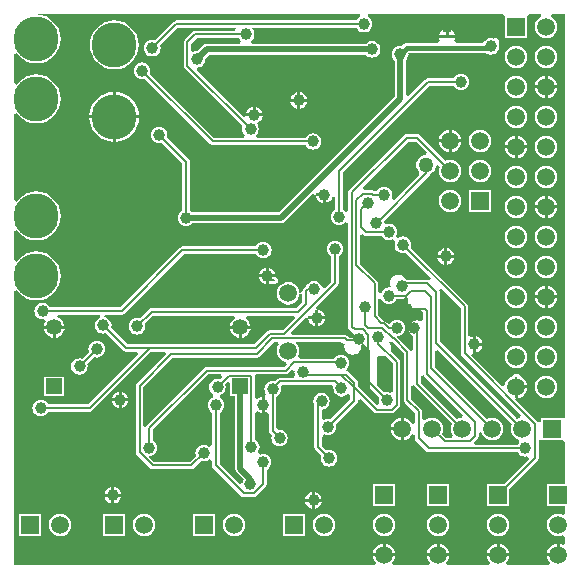
<source format=gbl>
%FSTAX23Y23*%
%MOIN*%
%SFA1B1*%

%IPPOS*%
%ADD22C,0.007870*%
%ADD24C,0.015750*%
%ADD25C,0.019690*%
%ADD28C,0.012600*%
%ADD33C,0.053150*%
%ADD34R,0.053150X0.053150*%
%ADD35R,0.059060X0.059060*%
%ADD36C,0.059060*%
%ADD37R,0.059060X0.059060*%
%ADD38C,0.150000*%
%ADD39C,0.059060*%
%ADD40C,0.039370*%
%ADD41C,0.050000*%
%LNpaw7-1*%
%LPD*%
G36*
X03231Y04166D02*
D01*
X03235Y04163*
X03235*
X0324Y04162*
X03291*
X03295Y04157*
X03301Y04152*
X03307Y0415*
X03315Y04149*
X03322Y0415*
X03328Y04152*
X0333Y04153*
X03337Y04147*
X03335Y04141*
X03334Y04134*
X03335Y04126*
X03337Y0412*
X03342Y04114*
X03348Y04109*
X03354Y04107*
X03362Y04106*
X03369Y04107*
X03371Y04107*
X03456Y04022*
X03449Y04015*
X03447Y04016*
X03442Y04017*
X03372*
X03371Y04019*
X03366Y04025*
X03361Y04029*
X03354Y04032*
X03347Y04033*
X0334Y04032*
X03333Y04029*
X03327Y04025*
X03323Y04019*
X0332Y04012*
X03319Y04005*
X0332Y03998*
X03323Y03991*
X03315Y03991*
X03308Y0399*
X03301Y03988*
X03296Y03983*
X03291Y03977*
X03289Y03973*
X0328Y03975*
Y04005*
X03279Y04009*
X03276Y04013*
X03219Y0407*
Y04165*
X03228Y04169*
X03231Y04166*
G37*
G36*
X03441Y04441D02*
X0344Y04433D01*
X03431Y04432*
X03423Y04428*
X03416Y04423*
X03411Y04416*
X03407Y04408*
X03406Y044*
X03407Y04391*
X03411Y04383*
X03416Y04376*
X03417Y04376*
X03417Y04366*
X03332Y04281*
X03324Y04286*
X03326Y04292*
X03327Y043*
X03326Y04307*
X03324Y04313*
X03319Y04319*
X03313Y04324*
X03307Y04326*
X033Y04327*
X03292Y04326*
X03286Y04324*
X0328Y04319*
X03275Y04313*
X03267Y04313*
X03263Y04316*
X03258Y04317*
X03231*
X03228Y04326*
X03379Y04477*
X03405*
X03441Y04441*
G37*
G36*
X02787Y03672D02*
Y03629D01*
X02803*
Y03386*
X02804Y0338*
X02805Y03379*
X02808Y03374*
X02831Y03351*
X0283Y03349*
X02828Y03343*
X02827Y03339*
X02818Y03336*
X02751Y03403*
Y03574*
X02752Y03574*
X02758Y03579*
X02763Y03585*
X02765Y03591*
X02766Y03599*
X02765Y03606*
X02763Y03612*
X02758Y03618*
X02752Y03623*
Y03632*
X02758Y03635*
X02763Y03639*
X02768Y03645*
X0277Y03651*
X02771Y03659*
X0277Y03666*
X0277Y03668*
X02778Y03676*
X02787Y03672*
G37*
G36*
X03167Y03802D02*
X03168Y03801D01*
X03167Y03795*
X03168Y03787*
X0317Y03781*
X03175Y03775*
X03181Y0377*
X03187Y03768*
X03195Y03767*
X03202Y03768*
X03208Y0377*
X03214Y03775*
X03219Y03781*
X03221Y03787*
X03222Y03795*
X03222Y038*
X0323Y03804*
X03251Y03784*
Y03661*
X03252Y03657*
X03254Y03653*
X03282Y03625*
X03282Y03623*
X03281Y03616*
X03282Y03608*
X03283Y03604*
X03275Y03599*
X03212Y03662*
Y03672*
X03211Y03677*
X03208Y03681*
X03181Y03708*
X03177Y03711*
X03172Y03712*
Y03717*
X03175Y03719*
X0318Y03725*
X03182Y03731*
X03183Y03739*
X03182Y03746*
X0318Y03752*
X03175Y03758*
X03169Y03763*
X03163Y03765*
X03156Y03766*
X03148Y03765*
X03142Y03763*
X03136Y03758*
X03132Y03753*
X03018*
X03012Y03761*
X03016Y0377*
X03017Y0378*
X03016Y03789*
X03012Y03798*
X03006Y03806*
X03007Y03809*
X03151*
X03167Y03802*
G37*
G36*
X03287Y03762D02*
X03295Y03761D01*
X03302Y03762*
X03304Y03762*
X03328Y03738*
Y03647*
X03326Y03644*
X0332Y0364*
X03316Y03642*
X03309Y03643*
X03301Y03642*
X03299Y03642*
X03275Y03666*
Y03757*
X03277Y03759*
X03283Y03763*
X03287Y03762*
G37*
G36*
X0276Y03692D02*
X02753Y03685D01*
X02751Y03685*
X02744Y03686*
X02736Y03685*
X0273Y03683*
X02724Y03678*
X0272Y03673*
X02717Y03666*
X02716Y03659*
X02717Y03651*
X0272Y03645*
X02724Y03639*
X0273Y03635*
Y03625*
X02725Y03623*
X02719Y03618*
X02714Y03612*
X02712Y03606*
X02711Y03599*
X02712Y03591*
X02714Y03585*
X02719Y03579*
X02725Y03574*
X02726Y03574*
Y03465*
X02717Y03458*
X02711Y03463*
X02705Y03465*
X02698Y03466*
X0269Y03465*
X02684Y03463*
X02678Y03458*
X02673Y03452*
X02671Y03446*
X0267Y03439*
X02671Y03431*
X02671Y03429*
X02652Y0341*
X02532*
X02515Y03427*
X02516Y03428*
X02523Y03429*
X02529Y03431*
X02535Y03436*
X0254Y03442*
X02542Y03448*
X02543Y03456*
X02542Y03463*
X0254Y03469*
X02535Y03475*
X02529Y0348*
X02528Y0348*
Y03517*
X02712Y03701*
X02757*
X0276Y03692*
G37*
G36*
X02948Y038D02*
X02947Y03798D01*
X02943Y03789*
X02942Y0378*
X02943Y0377*
X02947Y03761*
X02953Y03753*
X02961Y03747*
X0297Y03743*
X02971Y03743*
X02975Y03734*
X02967Y03726*
X02708*
X02703Y03725*
X02699Y03722*
X02507Y0353*
X02505Y03527*
X02496Y0353*
Y03658*
X02595Y03757*
X02875*
X0288Y03758*
X02884Y0376*
X02932Y03809*
X02944*
X02948Y038*
G37*
G36*
X03398Y03665D02*
X03401Y03661D01*
X03526Y03536*
X03523Y03529*
X03522Y0352*
X03523Y0351*
X03527Y03501*
X03529Y03498*
X03524Y0349*
X03506*
X03493Y03503*
X03496Y0351*
X03497Y0352*
X03496Y03529*
X03492Y03538*
X03486Y03546*
X03478Y03552*
X03469Y03556*
X0346Y03557*
X0345Y03556*
X03441Y03552*
X03435Y03548*
X03427Y03552*
Y03578*
X03426Y03582*
X03423Y03586*
X03389Y0362*
Y03664*
X03398Y03665*
X03398Y03665*
G37*
G36*
X02815Y04821D02*
X0282Y04815D01*
X02822Y04813*
X02819Y04804*
X02709*
X02702Y04802*
X02696Y04798*
X02676Y04779*
X02675Y04779*
X02667Y04778*
X02663Y04776*
X02657Y0478*
X02655Y04783*
Y04803*
X02674Y04822*
X02815*
X02815Y04821*
G37*
G36*
X03903Y03557D02*
D01*
X03897*
X03896*
X03822*
Y03543*
X03813Y03541*
X0381Y03545*
X03737Y03618*
X0374Y03622*
X03735Y03622*
Y0366*
X03739*
Y03665*
X03777*
X03776Y03669*
X03772Y03678*
X03766Y03686*
X03758Y03692*
X03751Y03695*
X03751Y03697*
X03748Y03701*
X03744Y03704*
X0374Y03705*
X03735Y03704*
X03731Y03701*
X03728Y03697*
X03728Y03695*
X03721Y03692*
X03713Y03686*
X03707Y03678*
X03703Y03669*
X03703Y03665*
X03693Y03662*
X03589Y03766*
X03594Y03774*
X03595Y03774*
Y03801*
Y03829*
X03592Y03828*
X03588Y03826*
X03582Y0383*
X0358Y03833*
Y03928*
X03579Y03932*
X03576Y03936*
X03388Y04124*
X03388Y04126*
X03389Y04134*
X03388Y04141*
X03386Y04147*
X03381Y04153*
X03375Y04158*
X03369Y0416*
X03362Y04161*
X03354Y0416*
X03348Y04158*
X03346Y04157*
X03339Y04163*
X03341Y04169*
X03342Y04177*
X03341Y04184*
X03339Y0419*
X03334Y04196*
X03328Y04201*
X03322Y04203*
X03315Y04204*
X03307Y04203*
X03307Y04203*
X03298Y04208*
X03298Y04212*
X03448Y04363*
X03451Y04367*
X03456Y04371*
X03463Y04376*
X03468Y04383*
X03472Y04391*
X03472Y04397*
X03477Y04399*
X03484Y04392*
X03483Y04389*
X03482Y0438*
X03483Y0437*
X03487Y04361*
X03493Y04353*
X03501Y04347*
X0351Y04343*
X0352Y04342*
X03529Y04343*
X03538Y04347*
X03546Y04353*
X03552Y04361*
X03556Y0437*
X03557Y0438*
X03556Y04389*
X03552Y04398*
X03546Y04406*
X03538Y04412*
X03529Y04416*
X0352Y04417*
X0351Y04416*
X03503Y04413*
X03418Y04498*
X03414Y04501*
X0341Y04502*
X03375*
X0337Y04501*
X03366Y04498*
X03186Y04318*
X03183Y04316*
X0318Y04312*
X03179Y04308*
Y04247*
X0317Y04244*
X03168Y04246*
X03162Y04251*
X03161Y04251*
Y04375*
X03449Y04663*
X0353*
X03531Y04662*
X03536Y04656*
X03541Y04651*
X03548Y04649*
X03555Y04648*
X03562Y04649*
X03569Y04651*
X03575Y04656*
X03579Y04662*
X03582Y04668*
X03583Y04676*
X03582Y04683*
X03579Y04689*
X03575Y04695*
X03569Y047*
X03562Y04702*
X03555Y04703*
X03548Y04702*
X03541Y047*
X03536Y04695*
X03531Y04689*
X0353Y04688*
X03444*
X03439Y04687*
X03438Y04686*
X03435Y04684*
X0338Y04629*
X03371Y04633*
Y04747*
X03373Y04748*
X03377Y04754*
X0338Y04761*
X03381Y04768*
X0338Y04772*
X03381Y04773*
X03637*
X03641Y0477*
X03647Y04768*
X03655Y04767*
X03662Y04768*
X03668Y0477*
X03674Y04775*
X03679Y04781*
X03681Y04787*
X03682Y04795*
X03681Y04802*
X0368Y04804*
X03681Y04805*
X03682Y0481*
X03681Y04814*
X03678Y04818*
X03674Y04821*
X0367Y04822*
X03665Y04821*
X03664Y0482*
X03662Y04821*
X03655Y04822*
X03647Y04821*
X03641Y04819*
X03635Y04814*
X0363Y04808*
X03629Y04806*
X03542*
X03535Y04811*
X03533Y04814*
X03535Y04819*
X03536Y04822*
X03481*
X03482Y04819*
X03484Y04814*
X03482Y04811*
X03475Y04806*
X03375*
X03369Y04805*
X03368Y04804*
X03363Y04801*
X03357Y04795*
X03353Y04796*
X03346Y04795*
X03339Y04792*
X03333Y04788*
X03329Y04782*
X03326Y04775*
X03325Y04768*
X03326Y04761*
X03329Y04754*
X03333Y04748*
X03335Y04747*
Y04627*
X02949Y04242*
X0266*
X02659Y04243*
X02653Y04248*
X02652Y04248*
Y0441*
X02651Y04414*
X02648Y04418*
X02576Y0449*
X02576Y04492*
X02577Y045*
X02576Y04507*
X02574Y04513*
X02569Y04519*
X02563Y04524*
X02557Y04526*
X0255Y04527*
X02542Y04526*
X02536Y04524*
X0253Y04519*
X02525Y04513*
X02523Y04507*
X02522Y045*
X02523Y04492*
X02525Y04486*
X0253Y0448*
X02536Y04475*
X02542Y04473*
X0255Y04472*
X02557Y04473*
X02559Y04473*
X02627Y04405*
Y04248*
X02626Y04248*
X0262Y04243*
X02615Y04237*
X02613Y04231*
X02612Y04224*
X02613Y04216*
X02615Y0421*
X0262Y04204*
X02626Y04199*
X02632Y04197*
X0264Y04196*
X02647Y04197*
X02653Y04199*
X02659Y04204*
X0266Y04205*
X02957*
X02963Y04207*
X02969Y04211*
X03063Y04304*
X03072Y043*
X03072Y04305*
X031*
Y043*
X03105*
Y04272*
X03107Y04273*
X03113Y04275*
X03119Y0428*
X03124Y04286*
X03126Y04292*
X03127Y04294*
X03136Y04294*
Y04251*
X03135Y04251*
X03129Y04246*
X03124Y0424*
X03122Y04234*
X03121Y04227*
X03122Y04219*
X03124Y04213*
X03129Y04207*
X03135Y04202*
X03141Y042*
X03149Y04199*
X03156Y042*
X03162Y04202*
X03168Y04207*
X0317Y04209*
X03179Y04206*
Y0386*
X0318Y03856*
X03183Y03852*
X03204Y0383*
X032Y03822*
X03195Y03822*
X03187Y03821*
X03185Y03821*
X03177Y03829*
X03173Y03832*
X03168Y03833*
X02993*
X02989Y03842*
X03038Y03891*
X03047Y03887*
X03047Y0389*
X03047Y03895*
X0307*
Y03917*
X03075Y03917*
X03073Y03926*
X03144Y03997*
X03146Y03999*
X03147Y04001*
X03148Y04006*
Y04095*
X03149Y04095*
X03155Y041*
X0316Y04106*
X03162Y04112*
X03163Y0412*
X03162Y04127*
X0316Y04133*
X03155Y04139*
X03149Y04144*
X03143Y04146*
X03136Y04147*
X03128Y04146*
X03122Y04144*
X03116Y04139*
X03111Y04133*
X03109Y04127*
X03108Y0412*
X03109Y04112*
X03111Y04106*
X03116Y041*
X03122Y04095*
X03123Y04095*
Y0401*
X03101Y03988*
X03091Y03991*
X03091Y03992*
X03089Y03998*
X03084Y04004*
X03078Y04009*
X03072Y04011*
X03065Y04012*
X03057Y04011*
X03051Y04009*
X03045Y04004*
X0304Y03998*
X03039Y03995*
X03036Y03993*
X03036*
X0303Y03987*
X03028Y03983*
X03027Y03979*
Y03975*
X03017Y03974*
X03016Y03981*
X03012Y0399*
X03006Y03998*
X02998Y04004*
X02989Y04008*
X0298Y04009*
X0297Y04008*
X02961Y04004*
X02953Y03998*
X02947Y0399*
X02943Y03981*
X02942Y03972*
X02943Y03962*
X02947Y03953*
X02953Y03945*
X02961Y03939*
X0297Y03935*
X0298Y03934*
X02989Y03935*
X02998Y03939*
X03006Y03945*
X03012Y03953*
X03016Y03962*
X03017Y03969*
X03027Y03968*
Y03941*
X03008Y03922*
X02524*
X02519Y03921*
X02515Y03918*
X02485Y03888*
X02483Y03888*
X02476Y03889*
X02468Y03888*
X02462Y03886*
X02456Y03881*
X02451Y03875*
X02449Y03869*
X02448Y03862*
X02449Y03854*
X02451Y03848*
X02456Y03842*
X02462Y03837*
X02468Y03835*
X02476Y03834*
X02483Y03835*
X02489Y03837*
X02495Y03842*
X025Y03848*
X02502Y03854*
X02503Y03862*
X02502Y03869*
X02502Y03871*
X02528Y03897*
X02798*
X02802Y03888*
X02795Y03882*
X02789Y03875*
X02786Y03867*
X02785Y03863*
X02854*
X02853Y03867*
X0285Y03875*
X02844Y03882*
X02837Y03888*
X02841Y03897*
X02998*
X03001Y03888*
X02962Y03849*
X02919*
X02914Y03848*
X02913Y03847*
X0291Y03845*
X02866Y03801*
X02518*
X02444*
X02389Y03855*
X0239Y03857*
X02391Y03865*
X0239Y03872*
X02387Y03878*
X02383Y03884*
X02377Y03889*
X0237Y03891*
X02363Y03892*
Y03894*
X0237Y039*
X02424*
X02428Y03901*
X02432Y03904*
X02631Y04103*
X02872*
X02872Y04102*
X02877Y04096*
X02883Y04091*
X02889Y04089*
X02897Y04088*
X02904Y04089*
X0291Y04091*
X02916Y04096*
X02921Y04102*
X02923Y04108*
X02924Y04116*
X02923Y04123*
X02921Y04129*
X02916Y04135*
X0291Y0414*
X02904Y04142*
X02897Y04143*
X02889Y04142*
X02883Y0414*
X02877Y04135*
X02872Y04129*
X02872Y04128*
X02627*
X02622Y04127*
X02618Y04124*
X02419Y03925*
X02185*
X02185Y03926*
X0218Y03932*
X02174Y03937*
X02168Y03939*
X02161Y0394*
X02153Y03939*
X02147Y03937*
X02141Y03932*
X02136Y03926*
X02134Y0392*
X02133Y03913*
X02134Y03905*
X02136Y03899*
X02141Y03893*
X02147Y03888*
X02153Y03886*
X02161Y03885*
X02166Y03885*
X02171Y03877*
X02169Y03875*
X02166Y03867*
X02165Y03863*
X02234*
X02233Y03867*
X0223Y03875*
X02224Y03882*
X02217Y03888*
X0221Y03891*
X02212Y039*
X02353*
X02353Y03897*
X02354Y03891*
X02349Y03889*
X02343Y03884*
X02339Y03878*
X02336Y03872*
X02335Y03865*
X02336Y03857*
X02339Y03851*
X02343Y03845*
X02349Y0384*
X02356Y03838*
X02363Y03837*
X0237Y03838*
X02372Y03838*
X0243Y0378*
X02434Y03778*
X02439Y03777*
X02476*
X0248Y03768*
X02314Y03602*
X02179*
X02179Y03603*
X02174Y03609*
X02168Y03614*
X02162Y03616*
X02155Y03617*
X02147Y03616*
X02141Y03614*
X02135Y03609*
X0213Y03603*
X02128Y03597*
X02127Y0359*
X02128Y03582*
X0213Y03576*
X02135Y0357*
X02141Y03565*
X02147Y03563*
X02155Y03562*
X02162Y03563*
X02168Y03565*
X02174Y0357*
X02179Y03576*
X02179Y03577*
X02319*
X02323Y03578*
X02327Y03581*
X02523Y03777*
X02568*
X02572Y03768*
X02475Y03671*
X02472Y03667*
X02471Y03663*
Y03442*
X02472Y03437*
X02475Y03433*
X02519Y03389*
X02523Y03386*
X02528Y03385*
X02657*
X02661Y03386*
X02665Y03389*
X02688Y03412*
X0269Y03412*
X02698Y03411*
X02705Y03412*
X02711Y03414*
X02717Y03419*
X02726Y03412*
Y03398*
X02727Y03393*
X0273Y03389*
X02823Y03296*
X02827Y03294*
X02832Y03293*
X02864*
X02868Y03294*
X02872Y03296*
X02904Y03328*
X02906Y03331*
X02907Y03332*
X02908Y03337*
Y03384*
X02909Y03384*
X02915Y03389*
X0292Y03395*
X02922Y03401*
X02923Y03409*
X02922Y03416*
X0292Y03422*
X02915Y03428*
X02909Y03433*
X02903Y03435*
X02896Y03436*
X02888Y03435*
X02884Y03434*
X02878Y03441*
X0288Y03444*
X02883Y03451*
X02884Y03458*
X02883Y03465*
X0288Y03472*
X02876Y03478*
X0287Y03482*
X02868Y03483*
Y03574*
X02872Y03577*
X02877Y03579*
X02882Y03575*
X02888Y03573*
X02891Y03572*
Y03599*
Y03627*
X02888Y03626*
X02882Y03624*
X02877Y0362*
X02872Y03622*
X02868Y03625*
Y03697*
X02871Y03701*
X02972*
X02976Y03702*
X0298Y03705*
X02992Y03717*
X03001Y03712*
X03Y0371*
X03001Y03702*
X03003Y03698*
X02999Y03692*
X02996Y0369*
X02953*
X02948Y03689*
X02944Y03686*
X02937Y03678*
X02935Y03679*
X02928Y0368*
X0292Y03679*
X02914Y03676*
X02908Y03672*
X02903Y03666*
X02901Y0366*
X029Y03652*
X02901Y03645*
X02903Y03638*
X02906Y03635*
X02901Y03627*
X02901Y03627*
Y03599*
Y03572*
X02903Y03573*
X02907Y03575*
X02913Y03571*
X02915Y03568*
Y03513*
X02916Y03508*
X02919Y03504*
X02924Y03499*
X02924Y03497*
X02923Y0349*
X02924Y03482*
X02926Y03476*
X02931Y0347*
X02937Y03465*
X02943Y03463*
X02951Y03462*
X02958Y03463*
X02964Y03465*
X0297Y0347*
X02975Y03476*
X02977Y03482*
X02978Y0349*
X02977Y03497*
X02975Y03503*
X0297Y03509*
X02964Y03514*
X02958Y03516*
X02951Y03517*
X02947Y03517*
X02941Y03522*
X0294Y03525*
Y03627*
X02941Y03628*
X02947Y03633*
X02952Y03638*
X02954Y03645*
X02955Y03652*
X02954Y0366*
X02954Y03661*
X02958Y03665*
X03122*
X03124Y03665*
X0313Y03658*
X0313Y03655*
X03131Y03648*
X03133Y03641*
X03138Y03635*
X03144Y03631*
X0315Y03628*
X03157Y03627*
X03165Y03628*
X03171Y03631*
X03177Y03635*
X03178Y03637*
X03187Y03633*
Y03618*
X03121Y03552*
X03119Y03552*
X03112Y03553*
X03104Y03552*
X031Y0355*
X03094Y03554*
X03092Y03557*
Y03584*
X03098Y03585*
X03104Y03587*
X0311Y03592*
X03115Y03598*
X03117Y03604*
X03118Y03612*
X03117Y03619*
X03115Y03625*
X0311Y03631*
X03104Y03636*
X03098Y03638*
X03091Y03639*
X03083Y03638*
X03077Y03636*
X03071Y03631*
X03066Y03625*
X03064Y03619*
X03063Y03612*
X03064Y03604*
X03066Y03598*
X03067Y03596*
Y03458*
X03068Y03453*
X03071Y03449*
X03089Y03431*
X03089Y03429*
X03088Y03422*
X03089Y03414*
X03091Y03408*
X03096Y03402*
X03102Y03397*
X03108Y03395*
X03116Y03394*
X03123Y03395*
X03129Y03397*
X03135Y03402*
X0314Y03408*
X03142Y03414*
X03143Y03422*
X03142Y03429*
X0314Y03435*
X03135Y03441*
X03129Y03446*
X03123Y03448*
X03116Y03449*
X03108Y03448*
X03106Y03448*
X03092Y03462*
Y03494*
X03094Y03497*
X031Y03501*
X03104Y03499*
X03112Y03498*
X03119Y03499*
X03125Y03501*
X03131Y03506*
X03136Y03512*
X03138Y03518*
X03139Y03526*
X03138Y03533*
X03138Y03535*
X03208Y03605*
X03211Y03609*
X03212Y03614*
Y03616*
X03221Y03619*
X03265Y03575*
X03269Y03572*
X03274Y03571*
X03325*
X03329Y03572*
X03333Y03575*
X03349Y03591*
X03352Y03595*
X03353Y036*
Y03743*
X03352Y03747*
X03349Y03751*
X03321Y03779*
X03321Y03781*
X03322Y03789*
X03321Y03796*
X03319Y03802*
X03314Y03808*
X03314Y03808*
X03327*
X03364Y03771*
Y03616*
X03365Y03611*
X03368Y03607*
X03402Y03573*
Y03539*
X03393Y03537*
X03392Y03538*
X03386Y03546*
X03378Y03552*
X03369Y03556*
X03365Y03557*
Y03519*
Y03482*
X03369Y03483*
X03378Y03487*
X03386Y03493*
X03392Y03501*
X03393Y03502*
X03402Y035*
Y03488*
X03403Y03483*
X03406Y03479*
X03439Y03446*
X03441Y03444*
X03443Y03443*
X03448Y03442*
X03745*
X03745Y03441*
X0375Y03435*
X03756Y0343*
X03762Y03428*
X0377Y03427*
X03777Y03428*
X03777Y03428*
X03783Y0342*
X037Y03337*
X03642*
Y03262*
X03717*
Y0332*
X0381Y03413*
X03813Y03417*
X03814Y03422*
Y03482*
X03822*
X03896*
X03903Y03475*
Y03337*
X03842*
Y03262*
X03903*
Y03239*
X03895Y03234*
X03889Y03236*
X0388Y03237*
X0387Y03236*
X03861Y03232*
X03853Y03226*
X03847Y03218*
X03843Y03209*
X03842Y032*
X03843Y0319*
X03847Y03181*
X03853Y03173*
X03861Y03167*
X0387Y03163*
X0388Y03162*
X03889Y03163*
X03895Y03165*
X03903Y0316*
Y03139*
X03895Y03134*
X03889Y03136*
X03885Y03137*
Y03099*
X0388*
Y03095*
X03842*
X03843Y0309*
X03847Y03081*
X03852Y03074*
X0385Y03069*
X03847Y03065*
X03712*
X03709Y03069*
X03707Y03074*
X03712Y03081*
X03716Y0309*
X03717Y03095*
X03642*
X03643Y0309*
X03647Y03081*
X03652Y03074*
X0365Y03069*
X03647Y03065*
X03512*
X03509Y03069*
X03507Y03074*
X03512Y03081*
X03516Y0309*
X03517Y03095*
X03442*
X03443Y0309*
X03447Y03081*
X03452Y03074*
X0345Y03069*
X03447Y03065*
X03332*
X03329Y03069*
X03327Y03074*
X03332Y03081*
X03336Y0309*
X03337Y03095*
X03262*
X03263Y0309*
X03267Y03081*
X03272Y03074*
X0327Y03069*
X03267Y03065*
X02065*
Y03978*
X02074Y03982*
X02082Y03972*
X02094Y03962*
X02108Y03954*
X02124Y0395*
X0214Y03948*
X02155Y0395*
X02171Y03954*
X02185Y03962*
X02197Y03972*
X02207Y03984*
X02215Y03998*
X02219Y04014*
X02221Y0403*
X02219Y04045*
X02215Y04061*
X02207Y04075*
X02197Y04087*
X02185Y04097*
X02171Y04105*
X02155Y04109*
X0214Y04111*
X02124Y04109*
X02108Y04105*
X02094Y04097*
X02082Y04087*
X02074Y04077*
X02065Y04081*
Y04178*
X02074Y04182*
X02082Y04172*
X02094Y04162*
X02108Y04154*
X02124Y0415*
X0214Y04148*
X02155Y0415*
X02171Y04154*
X02185Y04162*
X02197Y04172*
X02207Y04184*
X02215Y04198*
X02219Y04214*
X02221Y0423*
X02219Y04245*
X02215Y04261*
X02207Y04275*
X02197Y04287*
X02185Y04297*
X02171Y04305*
X02155Y04309*
X0214Y04311*
X02124Y04309*
X02108Y04305*
X02094Y04297*
X02082Y04287*
X02074Y04277*
X02065Y04281*
Y04568*
X02074Y04572*
X02082Y04562*
X02094Y04552*
X02108Y04544*
X02124Y0454*
X0214Y04538*
X02155Y0454*
X02171Y04544*
X02185Y04552*
X02197Y04562*
X02207Y04574*
X02215Y04588*
X02219Y04604*
X02221Y0462*
X02219Y04635*
X02215Y04651*
X02207Y04665*
X02197Y04677*
X02185Y04687*
X02171Y04695*
X02155Y04699*
X0214Y04701*
X02124Y04699*
X02108Y04695*
X02094Y04687*
X02082Y04677*
X02074Y04667*
X02065Y04671*
Y04768*
X02074Y04772*
X02082Y04762*
X02094Y04752*
X02108Y04744*
X02124Y0474*
X0214Y04738*
X02155Y0474*
X02171Y04744*
X02185Y04752*
X02197Y04762*
X02207Y04774*
X02215Y04788*
X02219Y04804*
X02221Y0482*
X02219Y04835*
X02215Y04851*
X02207Y04865*
X02197Y04877*
X02185Y04887*
X02171Y04895*
X02155Y04899*
X0214Y04901*
X02141Y04903*
X03218*
X0322Y04893*
X03219Y04893*
X03213Y04888*
X03208Y04882*
X03208Y04881*
X02607*
X02602Y0488*
X02598Y04877*
X02536Y04815*
X02534Y04815*
X02527Y04816*
X02519Y04815*
X02513Y04813*
X02507Y04808*
X02502Y04802*
X025Y04796*
X02499Y04789*
X025Y04781*
X02502Y04775*
X02507Y04769*
X02513Y04764*
X02519Y04762*
X02527Y04761*
X02534Y04762*
X0254Y04764*
X02546Y04769*
X02551Y04775*
X02553Y04781*
X02554Y04789*
X02553Y04796*
X02553Y04798*
X02611Y04856*
X02805*
X02806Y04856*
X02803Y04847*
X02669*
X02664Y04846*
X0266Y04843*
X02634Y04817*
X02631Y04813*
X02631Y04808*
Y0473*
X02631Y04726*
X02634Y04722*
X02827Y04529*
X02827Y04527*
X02826Y0452*
X02827Y04512*
X02829Y04506*
X02834Y045*
X02835Y04499*
X02832Y0449*
X02733*
X02519Y04704*
X02519Y04706*
X0252Y04714*
X02519Y04721*
X02517Y04727*
X02512Y04733*
X02506Y04738*
X025Y0474*
X02493Y04741*
X02485Y0474*
X02479Y04738*
X02473Y04733*
X02468Y04727*
X02466Y04721*
X02465Y04714*
X02466Y04706*
X02468Y047*
X02473Y04694*
X02479Y04689*
X02485Y04687*
X02493Y04686*
X025Y04687*
X02502Y04687*
X0272Y04469*
X02724Y04466*
X02729Y04465*
X03038*
X03038Y04464*
X03043Y04458*
X03049Y04453*
X03055Y04451*
X03063Y0445*
X0307Y04451*
X03076Y04453*
X03082Y04458*
X03087Y04464*
X03089Y0447*
X0309Y04478*
X03089Y04485*
X03087Y04491*
X03082Y04497*
X03076Y04502*
X0307Y04504*
X03063Y04505*
X03055Y04504*
X03049Y04502*
X03043Y04497*
X03038Y04491*
X03038Y0449*
X02875*
X02872Y04499*
X02873Y045*
X02878Y04506*
X0288Y04512*
X02881Y0452*
X0288Y04527*
X02878Y04533*
X02874Y04539*
X02874Y04539*
X0288Y04541*
X02886Y04546*
X02891Y04552*
X02893Y04558*
X02894Y04561*
X02839*
X02839Y04564*
X0283Y0456*
X02674Y04716*
X02675Y04724*
X02682Y04725*
X02688Y04727*
X02694Y04732*
X02699Y04738*
X02701Y04744*
X02702Y04752*
X02702Y04753*
X02716Y04767*
X03238*
X0324Y04765*
X03246Y0476*
X03252Y04758*
X0326Y04757*
X03267Y04758*
X03273Y0476*
X03279Y04765*
X03284Y04771*
X03286Y04777*
X03287Y04785*
X03286Y04792*
X03284Y04798*
X03279Y04804*
X03273Y04809*
X03267Y04811*
X0326Y04812*
X03252Y04811*
X03246Y04809*
X0324Y04804*
X03239Y04804*
X0286*
X02857Y04813*
X02859Y04815*
X02864Y04821*
X02866Y04827*
X02867Y04835*
X02866Y04842*
X02864Y04848*
X02859Y04854*
X0286Y04856*
X03208*
X03208Y04855*
X03213Y04849*
X03219Y04844*
X03225Y04842*
X03233Y04841*
X0324Y04842*
X03246Y04844*
X03252Y04849*
X03257Y04855*
X03259Y04861*
X0326Y04869*
X03259Y04876*
X03257Y04882*
X03252Y04888*
X03246Y04893*
X03245Y04893*
X03247Y04903*
X03695*
X03702Y04896*
Y04822*
X03777*
Y04896*
Y04897*
X03783Y04903*
X03821*
X03823Y04893*
X03821Y04892*
X03813Y04886*
X03807Y04878*
X03803Y04869*
X03802Y0486*
X03803Y0485*
X03807Y04841*
X03813Y04833*
X03821Y04827*
X0383Y04823*
X0384Y04822*
X03849Y04823*
X03858Y04827*
X03866Y04833*
X03872Y04841*
X03876Y0485*
X03877Y0486*
X03876Y04869*
X03872Y04878*
X03866Y04886*
X03858Y04892*
X03856Y04893*
X03858Y04903*
X03903*
Y03557*
G37*
G36*
X03555Y03923D02*
Y03771D01*
X03556Y03766*
X03559Y03762*
X03755Y03566*
X03752Y03556*
X0375Y03556*
X03743Y03553*
X03485Y03812*
Y03975*
X03484Y0398*
X03482Y03982*
X0349Y03988*
X03555Y03923*
G37*
G36*
X03726Y03536D02*
X03723Y03529D01*
X03722Y0352*
X03723Y0351*
X03727Y03501*
X03733Y03493*
X03741Y03487*
X0375Y03483*
X0375Y03474*
X03745Y03468*
X03745Y03467*
X03602*
X03599Y03476*
X0361Y03487*
X03612Y03489*
X03613Y03491*
X03614Y03496*
Y03507*
X03623Y03509*
X03627Y03501*
X03633Y03493*
X03641Y03487*
X0365Y03483*
X0366Y03482*
X03669Y03483*
X03678Y03487*
X03686Y03493*
X03692Y03501*
X03696Y0351*
X03697Y0352*
X03696Y03529*
X03692Y03538*
X03686Y03546*
X03678Y03552*
X03669Y03556*
X0366Y03557*
X0365Y03556*
X03643Y03553*
X03469Y03727*
Y0378*
X03478Y03784*
X03726Y03536*
G37*
G36*
X0338Y03955D02*
X0338Y03954D01*
X03379Y03947*
X0338Y0394*
X03382Y03933*
X03387Y03927*
X03393Y03923*
X03399Y0392*
X03407Y03919*
X03414Y0392*
X03416Y03921*
X03429Y03907*
Y03884*
X03421Y03879*
X03417Y0388*
X0341Y03881*
X03402Y0388*
X03396Y03878*
X0339Y03873*
X03385Y03867*
X03383Y03861*
X03382Y03854*
X03383Y03846*
X03385Y0384*
X0339Y03834*
X03396Y03829*
X03397Y03829*
Y03781*
X03388Y0378*
X03388Y0378*
X03385Y03784*
X03342Y03827*
X03343Y03828*
X0335Y03829*
X03356Y03831*
X03362Y03836*
X03367Y03842*
X03369Y03848*
X0337Y03856*
X03369Y03863*
X03367Y03869*
X03362Y03875*
X03356Y0388*
X0335Y03882*
X03343Y03883*
X03335Y03882*
X03329Y0388*
X03323Y03875*
X03319Y0387*
X03317Y0387*
X03303Y03876*
X0328Y03899*
Y03952*
X03289Y03954*
X03291Y0395*
X03296Y03944*
X03301Y03939*
X03308Y03937*
X03315Y03936*
X03322Y03937*
X03329Y03939*
X03335Y03944*
X03339Y0395*
X0334Y03951*
X03358*
X03362Y03952*
X03366Y03955*
X03372Y03961*
X0338Y03955*
G37*
G36*
X03432Y03695D02*
X03561Y03567D01*
X0356Y03562*
X03558Y03557*
X0355Y03556*
X03543Y03553*
X03422Y03674*
Y03695*
X03431Y03698*
X03432Y03695*
G37*
%LNpaw7-2*%
%LPC*%
G36*
X03777Y03655D02*
X03745D01*
Y03622*
X03749Y03623*
X03758Y03627*
X03766Y03633*
X03772Y03641*
X03776Y0365*
X03777Y03655*
G37*
G36*
X02232Y03694D02*
X02167D01*
Y03629*
X02232*
Y03694*
G37*
G36*
X02446Y03611D02*
X02424D01*
Y03588*
X02426Y03589*
X02432Y03591*
X02438Y03596*
X02443Y03602*
X02445Y03608*
X02446Y03611*
G37*
G36*
X02414D02*
X02391D01*
X02392Y03608*
X02394Y03602*
X02399Y03596*
X02405Y03591*
X02411Y03589*
X02414Y03588*
Y03611*
G37*
G36*
Y03643D02*
X02411Y03642D01*
X02405Y0364*
X02399Y03635*
X02394Y03629*
X02392Y03623*
X02391Y03621*
X02414*
Y03643*
G37*
G36*
X0384Y03697D02*
X0383Y03696D01*
X03821Y03692*
X03813Y03686*
X03807Y03678*
X03803Y03669*
X03802Y0366*
X03803Y0365*
X03807Y03641*
X03813Y03633*
X03821Y03627*
X0383Y03623*
X0384Y03622*
X03849Y03623*
X03858Y03627*
X03866Y03633*
X03872Y03641*
X03876Y0365*
X03877Y0366*
X03876Y03669*
X03872Y03678*
X03866Y03686*
X03858Y03692*
X03849Y03696*
X0384Y03697*
G37*
G36*
X02424Y03643D02*
Y03621D01*
X02446*
X02445Y03623*
X02443Y03629*
X02438Y03635*
X02432Y0364*
X02426Y03642*
X02424Y03643*
G37*
G36*
X02815Y03853D02*
X02785D01*
X02786Y03849*
X02789Y03841*
X02795Y03833*
X02802Y03828*
X02811Y03824*
X02815Y03824*
Y03853*
G37*
G36*
X02234D02*
X02205D01*
Y03824*
X02208Y03824*
X02217Y03828*
X02224Y03833*
X0223Y03841*
X02233Y03849*
X02234Y03853*
G37*
G36*
X02195D02*
X02165D01*
X02166Y03849*
X02169Y03841*
X02175Y03833*
X02182Y03828*
X02191Y03824*
X02195Y03824*
Y03853*
G37*
G36*
X02854D02*
X02825D01*
Y03824*
X02828Y03824*
X02837Y03828*
X02844Y03833*
X0285Y03841*
X02853Y03849*
X02854Y03853*
G37*
G36*
X0308Y03917D02*
Y03895D01*
X03102*
X03101Y03897*
X03099Y03903*
X03094Y03909*
X03088Y03914*
X03082Y03916*
X0308Y03917*
G37*
G36*
X03102Y03885D02*
X0308D01*
Y03862*
X03082Y03863*
X03088Y03865*
X03094Y0387*
X03099Y03876*
X03101Y03882*
X03102Y03885*
G37*
G36*
X0307D02*
X03047D01*
X03048Y03882*
X0305Y03876*
X03055Y0387*
X03061Y03865*
X03067Y03863*
X0307Y03862*
Y03885*
G37*
G36*
X02341Y03813D02*
X02334Y03812D01*
X02327Y03809*
X02321Y03805*
X02317Y03799*
X02314Y03792*
X02313Y03785*
X02314Y03778*
X02315Y03776*
X02293Y03754*
X02291Y03754*
X02284Y03755*
X02276Y03754*
X0227Y03752*
X02264Y03747*
X02259Y03741*
X02257Y03735*
X02256Y03728*
X02257Y0372*
X02259Y03714*
X02264Y03708*
X0227Y03703*
X02276Y03701*
X02284Y037*
X02291Y03701*
X02297Y03703*
X02303Y03708*
X02308Y03714*
X0231Y0372*
X02311Y03728*
X0231Y03735*
X0231Y03737*
X02332Y03759*
X02334Y03758*
X02341Y03757*
X02348Y03758*
X02355Y03761*
X02361Y03765*
X02365Y03771*
X02368Y03778*
X02369Y03785*
X02368Y03792*
X02365Y03799*
X02361Y03805*
X02355Y03809*
X02348Y03812*
X02341Y03813*
G37*
G36*
X0384Y03797D02*
X0383Y03796D01*
X03821Y03792*
X03813Y03786*
X03807Y03778*
X03803Y03769*
X03802Y0376*
X03803Y0375*
X03807Y03741*
X03813Y03733*
X03821Y03727*
X0383Y03723*
X0384Y03722*
X03849Y03723*
X03858Y03727*
X03866Y03733*
X03872Y03741*
X03876Y0375*
X03877Y0376*
X03876Y03769*
X03872Y03778*
X03866Y03786*
X03858Y03792*
X03849Y03796*
X0384Y03797*
G37*
G36*
X0374D02*
X0373Y03796D01*
X03721Y03792*
X03713Y03786*
X03707Y03778*
X03703Y03769*
X03702Y0376*
X03703Y0375*
X03707Y03741*
X03713Y03733*
X03721Y03727*
X0373Y03723*
X0374Y03722*
X03749Y03723*
X03758Y03727*
X03766Y03733*
X03772Y03741*
X03776Y0375*
X03777Y0376*
X03776Y03769*
X03772Y03778*
X03766Y03786*
X03758Y03792*
X03749Y03796*
X0374Y03797*
G37*
G36*
X03627Y03797D02*
X03605D01*
Y03774*
X03607Y03775*
X03613Y03777*
X03619Y03782*
X03624Y03788*
X03626Y03794*
X03627Y03797*
G37*
G36*
X0384Y03897D02*
X0383Y03896D01*
X03821Y03892*
X03813Y03886*
X03807Y03878*
X03803Y03869*
X03802Y0386*
X03803Y0385*
X03807Y03841*
X03813Y03833*
X03821Y03827*
X0383Y03823*
X0384Y03822*
X03849Y03823*
X03858Y03827*
X03866Y03833*
X03872Y03841*
X03876Y0385*
X03877Y0386*
X03876Y03869*
X03872Y03878*
X03866Y03886*
X03858Y03892*
X03849Y03896*
X0384Y03897*
G37*
G36*
X0374D02*
X0373Y03896D01*
X03721Y03892*
X03713Y03886*
X03707Y03878*
X03703Y03869*
X03702Y0386*
X03703Y0385*
X03707Y03841*
X03713Y03833*
X03721Y03827*
X0373Y03823*
X0374Y03822*
X03749Y03823*
X03758Y03827*
X03766Y03833*
X03772Y03841*
X03776Y0385*
X03777Y0386*
X03776Y03869*
X03772Y03878*
X03766Y03886*
X03758Y03892*
X03749Y03896*
X0374Y03897*
G37*
G36*
X03605Y03829D02*
Y03807D01*
X03627*
X03626Y03809*
X03624Y03815*
X03619Y03821*
X03613Y03826*
X03607Y03828*
X03605Y03829*
G37*
G36*
X031Y03237D02*
X0309Y03236D01*
X03081Y03232*
X03073Y03226*
X03067Y03218*
X03063Y03209*
X03062Y032*
X03063Y0319*
X03067Y03181*
X03073Y03173*
X03081Y03167*
X0309Y03163*
X031Y03162*
X03109Y03163*
X03118Y03167*
X03126Y03173*
X03132Y03181*
X03136Y0319*
X03137Y032*
X03136Y03209*
X03132Y03218*
X03126Y03226*
X03118Y03232*
X03109Y03236*
X031Y03237*
G37*
G36*
X028D02*
X0279Y03236D01*
X02781Y03232*
X02773Y03226*
X02767Y03218*
X02763Y03209*
X02762Y032*
X02763Y0319*
X02767Y03181*
X02773Y03173*
X02781Y03167*
X0279Y03163*
X028Y03162*
X02809Y03163*
X02818Y03167*
X02826Y03173*
X02832Y03181*
X02836Y0319*
X02837Y032*
X02836Y03209*
X02832Y03218*
X02826Y03226*
X02818Y03232*
X02809Y03236*
X028Y03237*
G37*
G36*
X025D02*
X0249Y03236D01*
X02481Y03232*
X02473Y03226*
X02467Y03218*
X02463Y03209*
X02462Y032*
X02463Y0319*
X02467Y03181*
X02473Y03173*
X02481Y03167*
X0249Y03163*
X025Y03162*
X02509Y03163*
X02518Y03167*
X02526Y03173*
X02532Y03181*
X02536Y0319*
X02537Y032*
X02536Y03209*
X02532Y03218*
X02526Y03226*
X02518Y03232*
X02509Y03236*
X025Y03237*
G37*
G36*
X033D02*
X0329Y03236D01*
X03281Y03232*
X03273Y03226*
X03267Y03218*
X03263Y03209*
X03262Y032*
X03263Y0319*
X03267Y03181*
X03273Y03173*
X03281Y03167*
X0329Y03163*
X033Y03162*
X03309Y03163*
X03318Y03167*
X03326Y03173*
X03332Y03181*
X03336Y0319*
X03337Y032*
X03336Y03209*
X03332Y03218*
X03326Y03226*
X03318Y03232*
X03309Y03236*
X033Y03237*
G37*
G36*
X02157Y03237D02*
X02082D01*
Y03162*
X02157*
Y03237*
G37*
G36*
X0368Y03237D02*
X0367Y03236D01*
X03661Y03232*
X03653Y03226*
X03647Y03218*
X03643Y03209*
X03642Y032*
X03643Y0319*
X03647Y03181*
X03653Y03173*
X03661Y03167*
X0367Y03163*
X0368Y03162*
X03689Y03163*
X03698Y03167*
X03706Y03173*
X03712Y03181*
X03716Y0319*
X03717Y032*
X03716Y03209*
X03712Y03218*
X03706Y03226*
X03698Y03232*
X03689Y03236*
X0368Y03237*
G37*
G36*
X0348D02*
X0347Y03236D01*
X03461Y03232*
X03453Y03226*
X03447Y03218*
X03443Y03209*
X03442Y032*
X03443Y0319*
X03447Y03181*
X03453Y03173*
X03461Y03167*
X0347Y03163*
X0348Y03162*
X03489Y03163*
X03498Y03167*
X03506Y03173*
X03512Y03181*
X03516Y0319*
X03517Y032*
X03516Y03209*
X03512Y03218*
X03506Y03226*
X03498Y03232*
X03489Y03236*
X0348Y03237*
G37*
G36*
X0222D02*
X0221Y03236D01*
X02201Y03232*
X02193Y03226*
X02187Y03218*
X02183Y03209*
X02182Y032*
X02183Y0319*
X02187Y03181*
X02193Y03173*
X02201Y03167*
X0221Y03163*
X0222Y03162*
X02229Y03163*
X02238Y03167*
X02246Y03173*
X02252Y03181*
X02256Y0319*
X02257Y032*
X02256Y03209*
X02252Y03218*
X02246Y03226*
X02238Y03232*
X02229Y03236*
X0222Y03237*
G37*
G36*
X03475Y03137D02*
X0347Y03136D01*
X03461Y03132*
X03453Y03126*
X03447Y03118*
X03443Y03109*
X03442Y03105*
X03475*
Y03137*
G37*
G36*
X03305D02*
Y03105D01*
X03337*
X03336Y03109*
X03332Y03118*
X03326Y03126*
X03318Y03132*
X03309Y03136*
X03305Y03137*
G37*
G36*
X03295D02*
X0329Y03136D01*
X03281Y03132*
X03273Y03126*
X03267Y03118*
X03263Y03109*
X03262Y03105*
X03295*
Y03137*
G37*
G36*
X03485D02*
Y03105D01*
X03517*
X03516Y03109*
X03512Y03118*
X03506Y03126*
X03498Y03132*
X03489Y03136*
X03485Y03137*
G37*
G36*
X03875D02*
X0387Y03136D01*
X03861Y03132*
X03853Y03126*
X03847Y03118*
X03843Y03109*
X03842Y03105*
X03875*
Y03137*
G37*
G36*
X03685D02*
Y03105D01*
X03717*
X03716Y03109*
X03712Y03118*
X03706Y03126*
X03698Y03132*
X03689Y03136*
X03685Y03137*
G37*
G36*
X03675D02*
X0367Y03136D01*
X03661Y03132*
X03653Y03126*
X03647Y03118*
X03643Y03109*
X03642Y03105*
X03675*
Y03137*
G37*
G36*
X03069Y03309D02*
Y03287D01*
X03091*
X0309Y03289*
X03088Y03295*
X03083Y03301*
X03077Y03306*
X03071Y03308*
X03069Y03309*
G37*
G36*
X03059D02*
X03056Y03308D01*
X0305Y03306*
X03044Y03301*
X03039Y03295*
X03037Y03289*
X03036Y03287*
X03059*
Y03309*
G37*
G36*
X02422Y03294D02*
X024D01*
Y03271*
X02402Y03272*
X02408Y03274*
X02414Y03279*
X02419Y03285*
X02421Y03291*
X02422Y03294*
G37*
G36*
X0239Y03326D02*
X02387Y03325D01*
X02381Y03323*
X02375Y03318*
X0237Y03312*
X02368Y03306*
X02367Y03304*
X0239*
Y03326*
G37*
G36*
X03355Y03557D02*
X0335Y03556D01*
X03341Y03552*
X03333Y03546*
X03327Y03538*
X03323Y03529*
X03322Y03525*
X03355*
Y03557*
G37*
G36*
Y03515D02*
X03322D01*
X03323Y0351*
X03327Y03501*
X03333Y03493*
X03341Y03487*
X0335Y03483*
X03355Y03482*
Y03515*
G37*
G36*
X024Y03326D02*
Y03304D01*
X02422*
X02421Y03306*
X02419Y03312*
X02414Y03318*
X02408Y03323*
X02402Y03325*
X024Y03326*
G37*
G36*
X0239Y03294D02*
X02367D01*
X02368Y03291*
X0237Y03285*
X02375Y03279*
X02381Y03274*
X02387Y03272*
X0239Y03271*
Y03294*
G37*
G36*
X03037Y03237D02*
X02962D01*
Y03162*
X03037*
Y03237*
G37*
G36*
X02737D02*
X02662D01*
Y03162*
X02737*
Y03237*
G37*
G36*
X02437D02*
X02362D01*
Y03162*
X02437*
Y03237*
G37*
G36*
X03059Y03277D02*
X03036D01*
X03037Y03274*
X03039Y03268*
X03044Y03262*
X0305Y03257*
X03056Y03255*
X03059Y03254*
Y03277*
G37*
G36*
X03517Y03337D02*
X03442D01*
Y03262*
X03517*
Y03337*
G37*
G36*
X03337D02*
X03262D01*
Y03262*
X03337*
Y03337*
G37*
G36*
X03091Y03277D02*
X03069D01*
Y03254*
X03071Y03255*
X03077Y03257*
X03083Y03262*
X03088Y03268*
X0309Y03274*
X03091Y03277*
G37*
G36*
X0374Y04597D02*
X0373Y04596D01*
X03721Y04592*
X03713Y04586*
X03707Y04578*
X03703Y04569*
X03702Y0456*
X03703Y0455*
X03707Y04541*
X03713Y04533*
X03721Y04527*
X0373Y04523*
X0374Y04522*
X03749Y04523*
X03758Y04527*
X03766Y04533*
X03772Y04541*
X03776Y0455*
X03777Y0456*
X03776Y04569*
X03772Y04578*
X03766Y04586*
X03758Y04592*
X03749Y04596*
X0374Y04597*
G37*
G36*
X03525Y04517D02*
Y04485D01*
X03557*
X03556Y04489*
X03552Y04498*
X03546Y04506*
X03538Y04512*
X03529Y04516*
X03525Y04517*
G37*
G36*
X03515D02*
X0351Y04516D01*
X03501Y04512*
X03493Y04506*
X03487Y04498*
X03483Y04489*
X03482Y04485*
X03515*
Y04517*
G37*
G36*
X0384Y04597D02*
X0383Y04596D01*
X03821Y04592*
X03813Y04586*
X03807Y04578*
X03803Y04569*
X03802Y0456*
X03803Y0455*
X03807Y04541*
X03813Y04533*
X03821Y04527*
X0383Y04523*
X0384Y04522*
X03849Y04523*
X03858Y04527*
X03866Y04533*
X03872Y04541*
X03876Y0455*
X03877Y0456*
X03876Y04569*
X03872Y04578*
X03866Y04586*
X03858Y04592*
X03849Y04596*
X0384Y04597*
G37*
G36*
X02862Y04593D02*
X02859Y04592D01*
X02853Y0459*
X02847Y04585*
X02842Y04579*
X0284Y04573*
X02839Y04571*
X02862*
Y04593*
G37*
G36*
X02405Y04642D02*
Y04565D01*
X02482*
X02481Y04576*
X02476Y04591*
X02469Y04606*
X02458Y04618*
X02446Y04629*
X02431Y04636*
X02416Y04641*
X02405Y04642*
G37*
G36*
X02395D02*
X02383Y04641D01*
X02368Y04636*
X02353Y04629*
X02341Y04618*
X0233Y04606*
X02323Y04591*
X02318Y04576*
X02317Y04565*
X02395*
Y04642*
G37*
G36*
X02482Y04555D02*
X02405D01*
Y04477*
X02416Y04478*
X02431Y04483*
X02446Y0449*
X02458Y04501*
X02469Y04513*
X02476Y04528*
X02481Y04543*
X02482Y04555*
G37*
G36*
X03515Y04475D02*
X03482D01*
X03483Y0447*
X03487Y04461*
X03493Y04453*
X03501Y04447*
X0351Y04443*
X03515Y04442*
Y04475*
G37*
G36*
X0362Y04517D02*
X0361Y04516D01*
X03601Y04512*
X03593Y04506*
X03587Y04498*
X03583Y04489*
X03582Y0448*
X03583Y0447*
X03587Y04461*
X03593Y04453*
X03601Y04447*
X0361Y04443*
X0362Y04442*
X03629Y04443*
X03638Y04447*
X03646Y04453*
X03652Y04461*
X03656Y0447*
X03657Y0448*
X03656Y04489*
X03652Y04498*
X03646Y04506*
X03638Y04512*
X03629Y04516*
X0362Y04517*
G37*
G36*
X03777Y04455D02*
X03745D01*
Y04422*
X03749Y04423*
X03758Y04427*
X03766Y04433*
X03772Y04441*
X03776Y0445*
X03777Y04455*
G37*
G36*
X03557Y04475D02*
X03525D01*
Y04442*
X03529Y04443*
X03538Y04447*
X03546Y04453*
X03552Y04461*
X03556Y0447*
X03557Y04475*
G37*
G36*
X02395Y04555D02*
X02317D01*
X02318Y04543*
X02323Y04528*
X0233Y04513*
X02341Y04501*
X02353Y0449*
X02368Y04483*
X02383Y04478*
X02395Y04477*
Y04555*
G37*
G36*
X03745Y04497D02*
Y04465D01*
X03777*
X03776Y04469*
X03772Y04478*
X03766Y04486*
X03758Y04492*
X03749Y04496*
X03745Y04497*
G37*
G36*
X03735D02*
X0373Y04496D01*
X03721Y04492*
X03713Y04486*
X03707Y04478*
X03703Y04469*
X03702Y04465*
X03735*
Y04497*
G37*
G36*
X024Y04881D02*
X02384Y04879D01*
X02368Y04875*
X02354Y04867*
X02342Y04857*
X02332Y04845*
X02324Y04831*
X0232Y04815*
X02318Y048*
X0232Y04784*
X02324Y04768*
X02332Y04754*
X02342Y04742*
X02354Y04732*
X02368Y04724*
X02384Y0472*
X024Y04718*
X02415Y0472*
X02431Y04724*
X02445Y04732*
X02457Y04742*
X02467Y04754*
X02475Y04768*
X02479Y04784*
X02481Y048*
X02479Y04815*
X02475Y04831*
X02467Y04845*
X02457Y04857*
X02445Y04867*
X02431Y04875*
X02415Y04879*
X024Y04881*
G37*
G36*
X03845Y04697D02*
Y04665D01*
X03877*
X03876Y04669*
X03872Y04678*
X03866Y04686*
X03858Y04692*
X03849Y04696*
X03845Y04697*
G37*
G36*
X03835D02*
X0383Y04696D01*
X03821Y04692*
X03813Y04686*
X03807Y04678*
X03803Y04669*
X03802Y04665*
X03835*
Y04697*
G37*
G36*
X0374Y04797D02*
X0373Y04796D01*
X03721Y04792*
X03713Y04786*
X03707Y04778*
X03703Y04769*
X03702Y0476*
X03703Y0475*
X03707Y04741*
X03713Y04733*
X03721Y04727*
X0373Y04723*
X0374Y04722*
X03749Y04723*
X03758Y04727*
X03766Y04733*
X03772Y04741*
X03776Y0475*
X03777Y0476*
X03776Y04769*
X03772Y04778*
X03766Y04786*
X03758Y04792*
X03749Y04796*
X0374Y04797*
G37*
G36*
X03514Y04854D02*
Y04832D01*
X03536*
X03535Y04834*
X03533Y0484*
X03528Y04846*
X03522Y04851*
X03516Y04853*
X03514Y04854*
G37*
G36*
X03504D02*
X03501Y04853D01*
X03495Y04851*
X03489Y04846*
X03484Y0484*
X03482Y04834*
X03481Y04832*
X03504*
Y04854*
G37*
G36*
X0384Y04797D02*
X0383Y04796D01*
X03821Y04792*
X03813Y04786*
X03807Y04778*
X03803Y04769*
X03802Y0476*
X03803Y0475*
X03807Y04741*
X03813Y04733*
X03821Y04727*
X0383Y04723*
X0384Y04722*
X03849Y04723*
X03858Y04727*
X03866Y04733*
X03872Y04741*
X03876Y0475*
X03877Y0476*
X03876Y04769*
X03872Y04778*
X03866Y04786*
X03858Y04792*
X03849Y04796*
X0384Y04797*
G37*
G36*
X03877Y04655D02*
X03845D01*
Y04622*
X03849Y04623*
X03858Y04627*
X03866Y04633*
X03872Y04641*
X03876Y0465*
X03877Y04655*
G37*
G36*
X03042Y0461D02*
X0302D01*
Y04587*
X03022Y04588*
X03028Y0459*
X03034Y04595*
X03039Y04601*
X03041Y04607*
X03042Y0461*
G37*
G36*
X0301D02*
X02987D01*
X02988Y04607*
X0299Y04601*
X02995Y04595*
X03001Y0459*
X03007Y04588*
X0301Y04587*
Y0461*
G37*
G36*
X02872Y04593D02*
Y04571D01*
X02894*
X02893Y04573*
X02891Y04579*
X02886Y04585*
X0288Y0459*
X02874Y04592*
X02872Y04593*
G37*
G36*
X0301Y04642D02*
X03007Y04641D01*
X03001Y04639*
X02995Y04634*
X0299Y04628*
X02988Y04622*
X02987Y0462*
X0301*
Y04642*
G37*
G36*
X03835Y04655D02*
X03802D01*
X03803Y0465*
X03807Y04641*
X03813Y04633*
X03821Y04627*
X0383Y04623*
X03835Y04622*
Y04655*
G37*
G36*
X0374Y04697D02*
X0373Y04696D01*
X03721Y04692*
X03713Y04686*
X03707Y04678*
X03703Y04669*
X03702Y0466*
X03703Y0465*
X03707Y04641*
X03713Y04633*
X03721Y04627*
X0373Y04623*
X0374Y04622*
X03749Y04623*
X03758Y04627*
X03766Y04633*
X03772Y04641*
X03776Y0465*
X03777Y0466*
X03776Y04669*
X03772Y04678*
X03766Y04686*
X03758Y04692*
X03749Y04696*
X0374Y04697*
G37*
G36*
X0302Y04642D02*
Y0462D01*
X03042*
X03041Y04622*
X03039Y04628*
X03034Y04634*
X03028Y04639*
X03022Y04641*
X0302Y04642*
G37*
G36*
X02915Y04057D02*
Y04035D01*
X02937*
X02936Y04037*
X02934Y04043*
X02929Y04049*
X02923Y04054*
X02917Y04056*
X02915Y04057*
G37*
G36*
X02905D02*
X02902Y04056D01*
X02896Y04054*
X0289Y04049*
X02885Y04043*
X02883Y04037*
X02882Y04035*
X02905*
Y04057*
G37*
G36*
X0384Y04097D02*
X0383Y04096D01*
X03821Y04092*
X03813Y04086*
X03807Y04078*
X03803Y04069*
X03802Y0406*
X03803Y0405*
X03807Y04041*
X03813Y04033*
X03821Y04027*
X0383Y04023*
X0384Y04022*
X03849Y04023*
X03858Y04027*
X03866Y04033*
X03872Y04041*
X03876Y0405*
X03877Y0406*
X03876Y04069*
X03872Y04078*
X03866Y04086*
X03858Y04092*
X03849Y04096*
X0384Y04097*
G37*
G36*
X035Y0409D02*
X03477D01*
X03478Y04087*
X0348Y04081*
X03485Y04075*
X03491Y0407*
X03497Y04068*
X035Y04067*
Y0409*
G37*
G36*
X0351Y04122D02*
Y041D01*
X03532*
X03531Y04102*
X03529Y04108*
X03524Y04114*
X03518Y04119*
X03512Y04121*
X0351Y04122*
G37*
G36*
X035D02*
X03497Y04121D01*
X03491Y04119*
X03485Y04114*
X0348Y04108*
X03478Y04102*
X03477Y041*
X035*
Y04122*
G37*
G36*
X03532Y0409D02*
X0351D01*
Y04067*
X03512Y04068*
X03518Y0407*
X03524Y04075*
X03529Y04081*
X03531Y04087*
X03532Y0409*
G37*
G36*
X0374Y04097D02*
X0373Y04096D01*
X03721Y04092*
X03713Y04086*
X03707Y04078*
X03703Y04069*
X03702Y0406*
X03703Y0405*
X03707Y04041*
X03713Y04033*
X03721Y04027*
X0373Y04023*
X0374Y04022*
X03749Y04023*
X03758Y04027*
X03766Y04033*
X03772Y04041*
X03776Y0405*
X03777Y0406*
X03776Y04069*
X03772Y04078*
X03766Y04086*
X03758Y04092*
X03749Y04096*
X0374Y04097*
G37*
G36*
X03877Y03955D02*
X03845D01*
Y03922*
X03849Y03923*
X03858Y03927*
X03866Y03933*
X03872Y03941*
X03876Y0395*
X03877Y03955*
G37*
G36*
X03835D02*
X03802D01*
X03803Y0395*
X03807Y03941*
X03813Y03933*
X03821Y03927*
X0383Y03923*
X03835Y03922*
Y03955*
G37*
G36*
X0374Y03997D02*
X0373Y03996D01*
X03721Y03992*
X03713Y03986*
X03707Y03978*
X03703Y03969*
X03702Y0396*
X03703Y0395*
X03707Y03941*
X03713Y03933*
X03721Y03927*
X0373Y03923*
X0374Y03922*
X03749Y03923*
X03758Y03927*
X03766Y03933*
X03772Y03941*
X03776Y0395*
X03777Y0396*
X03776Y03969*
X03772Y03978*
X03766Y03986*
X03758Y03992*
X03749Y03996*
X0374Y03997*
G37*
G36*
X03835Y03997D02*
X0383Y03996D01*
X03821Y03992*
X03813Y03986*
X03807Y03978*
X03803Y03969*
X03802Y03965*
X03835*
Y03997*
G37*
G36*
X02937Y04026D02*
X02937Y04025D01*
X02915*
Y04002*
X02915Y04002*
X02933*
X02937Y04003*
X02941Y04006*
X02944Y0401*
X02945Y04015*
X02944Y04019*
X02941Y04023*
X02937Y04026*
X02937Y04026*
G37*
G36*
X02905Y04025D02*
X02882D01*
X02883Y04022*
X02885Y04016*
X0289Y0401*
X02896Y04005*
X02902Y04003*
X02905Y04002*
Y04025*
G37*
G36*
X03845Y03997D02*
Y03965D01*
X03877*
X03876Y03969*
X03872Y03978*
X03866Y03986*
X03858Y03992*
X03849Y03996*
X03845Y03997*
G37*
G36*
X0374Y04397D02*
X0373Y04396D01*
X03721Y04392*
X03713Y04386*
X03707Y04378*
X03703Y04369*
X03702Y0436*
X03703Y0435*
X03707Y04341*
X03713Y04333*
X03721Y04327*
X0373Y04323*
X0374Y04322*
X03749Y04323*
X03758Y04327*
X03766Y04333*
X03772Y04341*
X03776Y0435*
X03777Y0436*
X03776Y04369*
X03772Y04378*
X03766Y04386*
X03758Y04392*
X03749Y04396*
X0374Y04397*
G37*
G36*
X03095Y04295D02*
X03072D01*
X03073Y04292*
X03075Y04286*
X0308Y0428*
X03086Y04275*
X03092Y04273*
X03095Y04272*
Y04295*
G37*
G36*
X03845Y04297D02*
Y04265D01*
X03877*
X03876Y04269*
X03872Y04278*
X03866Y04286*
X03858Y04292*
X03849Y04296*
X03845Y04297*
G37*
G36*
X0384Y04397D02*
X0383Y04396D01*
X03821Y04392*
X03813Y04386*
X03807Y04378*
X03803Y04369*
X03802Y0436*
X03803Y0435*
X03807Y04341*
X03813Y04333*
X03821Y04327*
X0383Y04323*
X0384Y04322*
X03849Y04323*
X03858Y04327*
X03866Y04333*
X03872Y04341*
X03876Y0435*
X03877Y0436*
X03876Y04369*
X03872Y04378*
X03866Y04386*
X03858Y04392*
X03849Y04396*
X0384Y04397*
G37*
G36*
X03735Y04455D02*
X03702D01*
X03703Y0445*
X03707Y04441*
X03713Y04433*
X03721Y04427*
X0373Y04423*
X03735Y04422*
Y04455*
G37*
G36*
X0384Y04497D02*
X0383Y04496D01*
X03821Y04492*
X03813Y04486*
X03807Y04478*
X03803Y04469*
X03802Y0446*
X03803Y0445*
X03807Y04441*
X03813Y04433*
X03821Y04427*
X0383Y04423*
X0384Y04422*
X03849Y04423*
X03858Y04427*
X03866Y04433*
X03872Y04441*
X03876Y0445*
X03877Y0446*
X03876Y04469*
X03872Y04478*
X03866Y04486*
X03858Y04492*
X03849Y04496*
X0384Y04497*
G37*
G36*
X0362Y04417D02*
X0361Y04416D01*
X03601Y04412*
X03593Y04406*
X03587Y04398*
X03583Y04389*
X03582Y0438*
X03583Y0437*
X03587Y04361*
X03593Y04353*
X03601Y04347*
X0361Y04343*
X0362Y04342*
X03629Y04343*
X03638Y04347*
X03646Y04353*
X03652Y04361*
X03656Y0437*
X03657Y0438*
X03656Y04389*
X03652Y04398*
X03646Y04406*
X03638Y04412*
X03629Y04416*
X0362Y04417*
G37*
G36*
X03835Y04297D02*
X0383Y04296D01*
X03821Y04292*
X03813Y04286*
X03807Y04278*
X03803Y04269*
X03802Y04265*
X03835*
Y04297*
G37*
G36*
X0374Y04297D02*
X0373Y04296D01*
X03721Y04292*
X03713Y04286*
X03707Y04278*
X03703Y04269*
X03702Y0426*
X03703Y0425*
X03707Y04241*
X03713Y04233*
X03721Y04227*
X0373Y04223*
X0374Y04222*
X03749Y04223*
X03758Y04227*
X03766Y04233*
X03772Y04241*
X03776Y0425*
X03777Y0426*
X03776Y04269*
X03772Y04278*
X03766Y04286*
X03758Y04292*
X03749Y04296*
X0374Y04297*
G37*
G36*
X0384Y04197D02*
X0383Y04196D01*
X03821Y04192*
X03813Y04186*
X03807Y04178*
X03803Y04169*
X03802Y0416*
X03803Y0415*
X03807Y04141*
X03813Y04133*
X03821Y04127*
X0383Y04123*
X0384Y04122*
X03849Y04123*
X03858Y04127*
X03866Y04133*
X03872Y04141*
X03876Y0415*
X03877Y0416*
X03876Y04169*
X03872Y04178*
X03866Y04186*
X03858Y04192*
X03849Y04196*
X0384Y04197*
G37*
G36*
X0374D02*
X0373Y04196D01*
X03721Y04192*
X03713Y04186*
X03707Y04178*
X03703Y04169*
X03702Y0416*
X03703Y0415*
X03707Y04141*
X03713Y04133*
X03721Y04127*
X0373Y04123*
X0374Y04122*
X03749Y04123*
X03758Y04127*
X03766Y04133*
X03772Y04141*
X03776Y0415*
X03777Y0416*
X03776Y04169*
X03772Y04178*
X03766Y04186*
X03758Y04192*
X03749Y04196*
X0374Y04197*
G37*
G36*
X03835Y04255D02*
X03802D01*
X03803Y0425*
X03807Y04241*
X03813Y04233*
X03821Y04227*
X0383Y04223*
X03835Y04222*
Y04255*
G37*
G36*
X03657Y04317D02*
X03582D01*
Y04242*
X03657*
Y04317*
G37*
G36*
X0352Y04317D02*
X0351Y04316D01*
X03501Y04312*
X03493Y04306*
X03487Y04298*
X03483Y04289*
X03482Y0428*
X03483Y0427*
X03487Y04261*
X03493Y04253*
X03501Y04247*
X0351Y04243*
X0352Y04242*
X03529Y04243*
X03538Y04247*
X03546Y04253*
X03552Y04261*
X03556Y0427*
X03557Y0428*
X03556Y04289*
X03552Y04298*
X03546Y04306*
X03538Y04312*
X03529Y04316*
X0352Y04317*
G37*
G36*
X03877Y04255D02*
X03845D01*
Y04222*
X03849Y04223*
X03858Y04227*
X03866Y04233*
X03872Y04241*
X03876Y0425*
X03877Y04255*
G37*
%LNpaw7-3*%
%LPD*%
G54D22*
X03509Y04859D02*
X0351Y0486D01*
X03235Y03925D02*
Y03929D01*
X03236*
Y03865D02*
Y03929D01*
X03268Y03895D02*
Y04005D01*
X03207Y04065D02*
X03268Y04005D01*
X03192Y0386D02*
Y04308D01*
Y0386D02*
X03201Y03851D01*
X03258Y04304D02*
X03263Y043D01*
X03298*
X03229Y04304D02*
X03258D01*
X03207Y04065D02*
Y04283D01*
X034Y03855D02*
X03409D01*
X0341Y03854*
X03375Y0392D02*
X03434D01*
X03441Y03912*
Y03704D02*
Y03912D01*
X0336Y03999D02*
X03366Y04005D01*
X0336Y03995D02*
Y03999D01*
X03366Y04005D02*
X03442D01*
X03316Y03963D02*
X03373D01*
X03315Y03964D02*
X03316Y03963D01*
X03388Y03978D02*
X03436D01*
X03373Y03963D02*
X03388Y03978D01*
X03436D02*
X03457Y03958D01*
X0321Y03815D02*
X03215Y0382D01*
X03175Y03815D02*
X0321D01*
X03168Y03821D02*
X03175Y03815D01*
X03246Y03678D02*
X03309Y03616D01*
X03246Y03678D02*
Y03833D01*
X03201Y03851D02*
X03228D01*
X03236Y03865D02*
X03245Y03856D01*
X03293*
X03228Y03851D02*
X03246Y03833D01*
X02927Y03821D02*
X03168D01*
X03293Y03856D02*
X03328Y03821D01*
X03315Y03856D02*
X03343D01*
X03299Y03872D02*
X03315Y03856D01*
X0329Y03872D02*
X03299D01*
X0328Y03804D02*
Y03825D01*
X03328Y03821D02*
X03332D01*
X0328Y03804D02*
X03341Y03743D01*
X03268Y03895D02*
X0329Y03872D01*
X03332Y03821D02*
X03377Y03776D01*
Y03616D02*
Y03776D01*
X03341Y036D02*
Y03743D01*
X03045Y03985D02*
X03065D01*
X03039Y03979D02*
X03045Y03985D01*
X02967Y03837D02*
X03136Y04006D01*
X02919Y03837D02*
X02967D01*
X03136Y04006D02*
Y0412D01*
X03039Y03936D02*
Y03979D01*
X03013Y0391D02*
X03039Y03936D01*
X0291Y0402D02*
Y0403D01*
Y0402D02*
X02915Y04015D01*
X02933*
X03655Y04795D02*
X0367Y0481D01*
X03655Y04795D02*
Y048D01*
X0255Y045D02*
X0264Y0441D01*
Y04224D02*
Y0441D01*
X02739Y03398D02*
Y03599D01*
X02896Y03337D02*
Y03409D01*
X02864Y03305D02*
X02896Y03337D01*
X02832Y03305D02*
X02864D01*
X02739Y03398D02*
X02832Y03305D01*
X02856Y03458D02*
Y03697D01*
X02783D02*
X02856D01*
X02744Y03659D02*
X02783Y03697D01*
X02284Y03728D02*
X02341Y03785D01*
X02493Y04714D02*
X02729Y04478D01*
X03063*
X02607Y04869D02*
X03233D01*
X02527Y04789D02*
X02607Y04869D01*
X02669Y04835D02*
X0284D01*
X02643Y04808D02*
X02669Y04835D01*
X02643Y0473D02*
X02854Y0452D01*
X02643Y0473D02*
Y04808D01*
X02871Y03789D02*
X02919Y03837D01*
X02518Y03789D02*
X02871D01*
X02439D02*
X02518D01*
X02363Y03865D02*
X02439Y03789D01*
X02319Y0359D02*
X02518Y03789D01*
X02155Y0359D02*
X02319D01*
X03444Y04676D02*
X03555D01*
X03149Y0438D02*
X03444Y04676D01*
X03149Y04227D02*
Y0438D01*
X03362Y04134D02*
X03568Y03928D01*
Y03771D02*
Y03928D01*
Y03771D02*
X03802Y03537D01*
Y03422D02*
Y03537D01*
X0368Y033D02*
X03802Y03422D01*
X03223Y04252D02*
X03244Y04273D01*
X03223Y04192D02*
X0324Y04175D01*
X03313D02*
X03315Y04177D01*
X0324Y04175D02*
X03313D01*
X03223Y04192D02*
Y04252D01*
X03207Y04283D02*
X03229Y04304D01*
X0308Y03601D02*
X03091Y03612D01*
X0308Y03458D02*
Y03601D01*
Y03458D02*
X03116Y03422D01*
X03157Y037D02*
X032Y03658D01*
X03172Y037D02*
X032Y03672D01*
X03157Y037D02*
X03172D01*
X032Y03658D02*
X03274Y03584D01*
X03325D02*
X03341Y036D01*
X03274Y03584D02*
X03325D01*
X032Y03614D02*
Y03658D01*
Y03672*
X03112Y03526D02*
X032Y03614D01*
X03028Y0371D02*
X03038Y037D01*
X03157*
X02953Y03678D02*
X03135D01*
X03157Y03655*
X02928Y03652D02*
X02953Y03678D01*
X02928Y03513D02*
Y03652D01*
Y03513D02*
X02951Y0349D01*
X02875Y03769D02*
X02927Y03821D01*
X0259Y03769D02*
X02875D01*
X02484Y03663D02*
X0259Y03769D01*
X02484Y03442D02*
Y03663D01*
X02657Y03398D02*
X02698Y03439D01*
X02484Y03442D02*
X02528Y03398D01*
X02657*
X03153Y03741D02*
X03156Y03739D01*
X02999Y03741D02*
X03153D01*
X02972Y03714D02*
X02999Y03741D01*
X02516Y03522D02*
X02708Y03714D01*
X02972*
X02516Y03456D02*
Y03522D01*
X02524Y0391D02*
X03013D01*
X02476Y03862D02*
X02524Y0391D01*
X02627Y04116D02*
X02897D01*
X02424Y03913D02*
X02627Y04116D01*
X02161Y03913D02*
X02424D01*
X03441Y03704D02*
X03602Y03544D01*
Y03496D02*
Y03544D01*
X03584Y03478D02*
X03602Y03496D01*
X03502Y03478D02*
X03584D01*
X0346Y0352D02*
X03502Y03478D01*
X0341Y0367D02*
Y03854D01*
Y0367D02*
X0356Y0352D01*
X03457Y03722D02*
Y03958D01*
Y03722D02*
X0366Y0352D01*
X03472Y03807D02*
Y03975D01*
X03442Y04005D02*
X03472Y03975D01*
Y03807D02*
X0376Y0352D01*
X03377Y03616D02*
X03415Y03578D01*
Y03488D02*
Y03578D01*
Y03488D02*
X03448Y03455D01*
X0377*
X0374Y0366D02*
Y03693D01*
X0344Y04371D02*
Y044D01*
X03271Y04206D02*
X03275D01*
X0328*
X03275D02*
X0344Y04371D01*
X0341Y0449D02*
X0352Y0438D01*
X03375Y0449D02*
X0341D01*
X03193Y04308D02*
X03375Y0449D01*
G54D24*
X03375Y0479D02*
X0365D01*
X03353Y04768D02*
X03375Y0479D01*
G54D25*
X0282Y03386D02*
X02853Y03353D01*
X0282Y03386D02*
Y03661D01*
X02709Y04786D02*
X03247D01*
X02675Y04752D02*
X02709Y04786D01*
X03353Y0462D02*
Y04768D01*
X02957Y04224D02*
X03353Y0462D01*
X0264Y04224D02*
X02957D01*
G54D28*
X02853Y03337D02*
Y03353D01*
G54D33*
X0282Y03858D03*
X022D03*
G54D34*
X0282Y03661D03*
X022D03*
G54D35*
X0374Y0486D03*
X0362Y0428D03*
X0388Y033D03*
X0348D03*
X033D03*
X0368D03*
G54D36*
X0384Y0486D03*
X0374Y0476D03*
X0384D03*
X0374Y0466D03*
X0384D03*
X0374Y0456D03*
X0384D03*
X0374Y0446D03*
X0384D03*
X0374Y0436D03*
X0384D03*
X0374Y0426D03*
X0384D03*
X0374Y0416D03*
X0384D03*
X0374Y0406D03*
X0384D03*
X0374Y0396D03*
X0384D03*
X0374Y0386D03*
X0384D03*
X0374Y0376D03*
X0384D03*
X0374Y0366D03*
X0384D03*
X031Y032D03*
X028D03*
X0222D03*
X025D03*
X0352Y0428D03*
X0362Y0438D03*
X0352D03*
X0362Y0448D03*
X0352D03*
X0376Y0352D03*
X0366D03*
X0356D03*
X0346D03*
X0336D03*
X0388Y032D03*
Y031D03*
X0348Y032D03*
Y031D03*
X033Y032D03*
Y031D03*
X0368Y032D03*
Y031D03*
G54D37*
X03Y032D03*
X027D03*
X0212D03*
X024D03*
X0386Y0352D03*
G54D38*
X0214Y0482D03*
Y0403D03*
Y0462D03*
Y0423D03*
X024Y0456D03*
Y048D03*
G54D39*
X0298Y0378D03*
Y03972D03*
G54D40*
X0351Y0486D03*
X03235Y03925D03*
X034Y03855D03*
X03375Y0392D03*
X0336Y03995D03*
X03215Y0382D03*
X0328Y03825D03*
X03343Y03856D03*
X033Y043D03*
X031D03*
X03065Y03985D03*
X0291Y0403D03*
X03075Y0389D03*
X03315Y03964D03*
X03505Y04095D03*
X0255Y045D03*
X02853Y03337D03*
X03271Y04206D03*
X0326Y04785D03*
X02675Y04752D03*
X02896Y03409D03*
X02739Y03599D03*
X02856Y03458D03*
X02744Y03659D03*
X02341Y03785D03*
X02284Y03728D03*
X03063Y04478D03*
X02493Y04714D03*
X03233Y04869D03*
X02527Y04789D03*
X02854Y0452D03*
X0284Y04835D03*
X03136Y0412D03*
X02363Y03865D03*
X02155Y0359D03*
X03555Y04676D03*
X03149Y04227D03*
X03362Y04134D03*
X03244Y04273D03*
X03315Y04177D03*
X03116Y03422D03*
X03091Y03612D03*
X03112Y03526D03*
X03028Y0371D03*
X03157Y03655D03*
X02951Y0349D03*
X02928Y03652D03*
X02698Y03439D03*
X03156Y03739D03*
X02516Y03456D03*
X02476Y03862D03*
X02897Y04116D03*
X02161Y03913D03*
X0377Y03455D03*
X03309Y03616D03*
X02896Y036D03*
X03064Y03282D03*
X02419Y03616D03*
X03015Y04615D03*
X036Y03802D03*
X02867Y04566D03*
X02395Y03299D03*
X03655Y04795D03*
X03353Y04768D03*
X0264Y04224D03*
G54D41*
X0344Y044D03*
M02*
</source>
